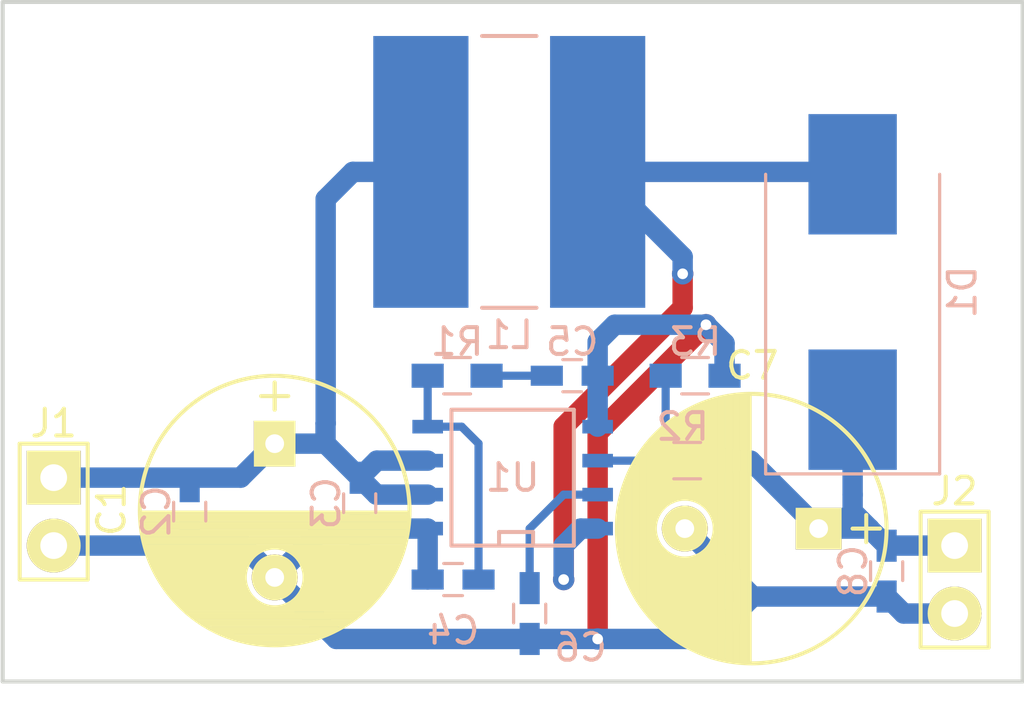
<source format=kicad_pcb>
(kicad_pcb (version 20171130) (host pcbnew "(5.0.0)")

  (general
    (thickness 1.6)
    (drawings 4)
    (tracks 73)
    (zones 0)
    (modules 16)
    (nets 9)
  )

  (page A4)
  (layers
    (0 F.Cu signal)
    (31 B.Cu signal)
    (32 B.Adhes user)
    (33 F.Adhes user)
    (34 B.Paste user)
    (35 F.Paste user)
    (36 B.SilkS user)
    (37 F.SilkS user)
    (38 B.Mask user)
    (39 F.Mask user)
    (40 Dwgs.User user)
    (41 Cmts.User user)
    (42 Eco1.User user)
    (43 Eco2.User user)
    (44 Edge.Cuts user)
    (45 Margin user)
    (46 B.CrtYd user)
    (47 F.CrtYd user)
    (48 B.Fab user hide)
    (49 F.Fab user)
  )

  (setup
    (last_trace_width 0.3048)
    (trace_clearance 0.2)
    (zone_clearance 0.508)
    (zone_45_only no)
    (trace_min 0.2)
    (segment_width 0.2)
    (edge_width 0.15)
    (via_size 0.8)
    (via_drill 0.4)
    (via_min_size 0.4)
    (via_min_drill 0.3)
    (uvia_size 0.3)
    (uvia_drill 0.1)
    (uvias_allowed no)
    (uvia_min_size 0.2)
    (uvia_min_drill 0.1)
    (pcb_text_width 0.3)
    (pcb_text_size 1.5 1.5)
    (mod_edge_width 0.15)
    (mod_text_size 1 1)
    (mod_text_width 0.15)
    (pad_size 1.524 1.524)
    (pad_drill 0.762)
    (pad_to_mask_clearance 0.2)
    (aux_axis_origin 0 0)
    (visible_elements FFFDFF7F)
    (pcbplotparams
      (layerselection 0x010fc_ffffffff)
      (usegerberextensions false)
      (usegerberattributes false)
      (usegerberadvancedattributes false)
      (creategerberjobfile false)
      (excludeedgelayer true)
      (linewidth 0.100000)
      (plotframeref false)
      (viasonmask false)
      (mode 1)
      (useauxorigin false)
      (hpglpennumber 1)
      (hpglpenspeed 20)
      (hpglpendiameter 15.000000)
      (psnegative false)
      (psa4output false)
      (plotreference true)
      (plotvalue true)
      (plotinvisibletext false)
      (padsonsilk false)
      (subtractmaskfromsilk false)
      (outputformat 1)
      (mirror false)
      (drillshape 1)
      (scaleselection 1)
      (outputdirectory ""))
  )

  (net 0 "")
  (net 1 GND)
  (net 2 "Net-(C1-Pad1)")
  (net 3 "Net-(C4-Pad1)")
  (net 4 "Net-(C5-Pad1)")
  (net 5 "Net-(C6-Pad1)")
  (net 6 "Net-(C7-Pad1)")
  (net 7 "Net-(D1-Pad2)")
  (net 8 "Net-(R2-Pad2)")

  (net_class Default "This is the default net class."
    (clearance 0.2)
    (trace_width 0.3048)
    (via_dia 0.8)
    (via_drill 0.4)
    (uvia_dia 0.3)
    (uvia_drill 0.1)
    (add_net "Net-(C4-Pad1)")
    (add_net "Net-(C5-Pad1)")
    (add_net "Net-(C6-Pad1)")
    (add_net "Net-(R2-Pad2)")
  )

  (net_class power ""
    (clearance 0.2)
    (trace_width 0.762)
    (via_dia 0.8)
    (via_drill 0.4)
    (uvia_dia 0.3)
    (uvia_drill 0.1)
    (add_net GND)
    (add_net "Net-(C1-Pad1)")
    (add_net "Net-(C7-Pad1)")
    (add_net "Net-(D1-Pad2)")
  )

  (module "Custom Github:Cap_Pol_Radial_D10_P3" (layer F.Cu) (tedit 57E01EA7) (tstamp 5B8A3964)
    (at 97.155 61.595 270)
    (descr "Radial Electrolytic Capacitor 10mm x Length 16mm, Pitch 5mm")
    (tags "Electrolytic Capacitor")
    (path /5B8A6239)
    (fp_text reference C1 (at 2.4765 6.096 270) (layer F.SilkS)
      (effects (font (size 1 1) (thickness 0.15)))
    )
    (fp_text value 100uF (at 2.54 -6.0325 270) (layer F.Fab)
      (effects (font (size 1 1) (thickness 0.15)))
    )
    (fp_circle (center 2.5 0) (end 2.5 -5.0375) (layer F.SilkS) (width 0.15))
    (fp_circle (center 5 0) (end 5.5 -1) (layer F.SilkS) (width 0.15))
    (fp_line (start 7.475 -0.499) (end 7.475 0.499) (layer F.SilkS) (width 0.15))
    (fp_line (start 7.335 -1.274) (end 7.335 1.274) (layer F.SilkS) (width 0.15))
    (fp_line (start 7.195 -1.72) (end 7.195 1.72) (layer F.SilkS) (width 0.15))
    (fp_line (start 7.055 -2.062) (end 7.055 2.062) (layer F.SilkS) (width 0.15))
    (fp_line (start 6.915 -2.347) (end 6.915 2.347) (layer F.SilkS) (width 0.15))
    (fp_line (start 6.775 -2.593) (end 6.775 2.593) (layer F.SilkS) (width 0.15))
    (fp_line (start 6.635 -2.811) (end 6.635 2.811) (layer F.SilkS) (width 0.15))
    (fp_line (start 6.495 -3.007) (end 6.495 3.007) (layer F.SilkS) (width 0.15))
    (fp_line (start 6.355 -3.184) (end 6.355 3.184) (layer F.SilkS) (width 0.15))
    (fp_line (start 6.215 -3.346) (end 6.215 3.346) (layer F.SilkS) (width 0.15))
    (fp_line (start 3.835 -4.818) (end 3.835 4.818) (layer F.SilkS) (width 0.15))
    (fp_line (start 3.695 -4.855) (end 3.695 4.855) (layer F.SilkS) (width 0.15))
    (fp_line (start 3.555 -4.887) (end 3.555 4.887) (layer F.SilkS) (width 0.15))
    (fp_line (start 3.415 -4.916) (end 3.415 4.916) (layer F.SilkS) (width 0.15))
    (fp_line (start 3.275 -4.94) (end 3.275 4.94) (layer F.SilkS) (width 0.15))
    (fp_line (start 3.135 -4.96) (end 3.135 4.96) (layer F.SilkS) (width 0.15))
    (fp_line (start 2.995 -4.975) (end 2.995 4.975) (layer F.SilkS) (width 0.15))
    (fp_line (start 2.855 -4.987) (end 2.855 4.987) (layer F.SilkS) (width 0.15))
    (fp_line (start 2.715 -4.995) (end 2.715 4.995) (layer F.SilkS) (width 0.15))
    (fp_line (start 2.575 -4.999) (end 2.575 4.999) (layer F.SilkS) (width 0.15))
    (fp_line (start 6.9342 2.1844) (end 7.2898 1.2954) (layer F.SilkS) (width 0.15))
    (fp_line (start 7.3914 0.7874) (end 7.4168 0.508) (layer F.SilkS) (width 0.15))
    (fp_line (start 7.4422 -0.4318) (end 7.4422 -0.6858) (layer F.SilkS) (width 0.15))
    (fp_line (start 6.985 -2.159) (end 7.3406 -1.2446) (layer F.SilkS) (width 0.15))
    (fp_line (start 6.096 -0.381) (end 6.096 -3.4925) (layer F.SilkS) (width 0.15))
    (fp_line (start 5.969 -0.5715) (end 6.096 -0.381) (layer F.SilkS) (width 0.15))
    (fp_line (start 5.969 -3.6195) (end 5.969 -0.5715) (layer F.SilkS) (width 0.15))
    (fp_line (start 5.842 -3.7465) (end 5.969 -3.6195) (layer F.SilkS) (width 0.15))
    (fp_line (start 5.842 -0.8255) (end 5.842 -3.7465) (layer F.SilkS) (width 0.15))
    (fp_line (start 5.715 -0.889) (end 5.842 -0.8255) (layer F.SilkS) (width 0.15))
    (fp_line (start 5.715 -3.8735) (end 5.715 -0.889) (layer F.SilkS) (width 0.15))
    (fp_line (start 5.588 -3.937) (end 5.715 -3.8735) (layer F.SilkS) (width 0.15))
    (fp_line (start 5.588 -1.016) (end 5.588 -3.937) (layer F.SilkS) (width 0.15))
    (fp_line (start 5.461 -1.0795) (end 5.588 -1.016) (layer F.SilkS) (width 0.15))
    (fp_line (start 5.461 -4.064) (end 5.461 -1.0795) (layer F.SilkS) (width 0.15))
    (fp_line (start 5.334 -4.1275) (end 5.461 -4.064) (layer F.SilkS) (width 0.15))
    (fp_line (start 5.334 -1.0795) (end 5.334 -4.1275) (layer F.SilkS) (width 0.15))
    (fp_line (start 5.207 -1.143) (end 5.334 -1.0795) (layer F.SilkS) (width 0.15))
    (fp_line (start 5.207 -4.191) (end 5.207 -1.143) (layer F.SilkS) (width 0.15))
    (fp_line (start 5.08 -4.2545) (end 5.207 -4.191) (layer F.SilkS) (width 0.15))
    (fp_line (start 5.08 -1.2065) (end 5.08 -4.2545) (layer F.SilkS) (width 0.15))
    (fp_line (start 4.953 -1.2065) (end 5.08 -1.2065) (layer F.SilkS) (width 0.15))
    (fp_line (start 4.953 -4.3815) (end 4.953 -1.2065) (layer F.SilkS) (width 0.15))
    (fp_line (start 4.826 -4.445) (end 4.953 -4.3815) (layer F.SilkS) (width 0.15))
    (fp_line (start 4.826 -1.143) (end 4.826 -4.445) (layer F.SilkS) (width 0.15))
    (fp_line (start 4.699 -1.0795) (end 4.826 -1.143) (layer F.SilkS) (width 0.15))
    (fp_line (start 4.699 -4.5085) (end 4.699 -1.0795) (layer F.SilkS) (width 0.15))
    (fp_line (start 4.572 -4.572) (end 4.699 -4.5085) (layer F.SilkS) (width 0.15))
    (fp_line (start 4.572 -1.0795) (end 4.572 -4.572) (layer F.SilkS) (width 0.15))
    (fp_line (start 4.445 -1.016) (end 4.572 -1.0795) (layer F.SilkS) (width 0.15))
    (fp_line (start 4.445 -4.572) (end 4.445 -1.016) (layer F.SilkS) (width 0.15))
    (fp_line (start 4.318 -4.6355) (end 4.445 -4.572) (layer F.SilkS) (width 0.15))
    (fp_line (start 4.318 -0.889) (end 4.318 -4.6355) (layer F.SilkS) (width 0.15))
    (fp_line (start 4.191 -0.8255) (end 4.318 -0.889) (layer F.SilkS) (width 0.15))
    (fp_line (start 4.191 -4.699) (end 4.191 -0.8255) (layer F.SilkS) (width 0.15))
    (fp_line (start 4.064 -4.7625) (end 4.191 -4.699) (layer F.SilkS) (width 0.15))
    (fp_line (start 4.064 -0.6985) (end 4.064 -4.7625) (layer F.SilkS) (width 0.15))
    (fp_line (start 3.937 -0.5715) (end 4.064 -0.6985) (layer F.SilkS) (width 0.15))
    (fp_line (start 3.937 -4.7625) (end 3.937 -0.5715) (layer F.SilkS) (width 0.15))
    (fp_line (start 3.8735 -0.4445) (end 3.937 -0.508) (layer F.SilkS) (width 0.15))
    (fp_line (start 6.096 3.4925) (end 6.096 0.381) (layer F.SilkS) (width 0.15))
    (fp_line (start 5.969 3.556) (end 6.096 3.4925) (layer F.SilkS) (width 0.15))
    (fp_line (start 5.969 0.635) (end 5.969 3.556) (layer F.SilkS) (width 0.15))
    (fp_line (start 5.842 0.762) (end 5.969 0.635) (layer F.SilkS) (width 0.15))
    (fp_line (start 5.842 3.683) (end 5.842 0.762) (layer F.SilkS) (width 0.15))
    (fp_line (start 5.715 3.81) (end 5.842 3.683) (layer F.SilkS) (width 0.15))
    (fp_line (start 5.715 0.889) (end 5.715 3.81) (layer F.SilkS) (width 0.15))
    (fp_line (start 5.588 1.016) (end 5.715 0.889) (layer F.SilkS) (width 0.15))
    (fp_line (start 5.588 3.937) (end 5.588 1.016) (layer F.SilkS) (width 0.15))
    (fp_line (start 5.461 4.064) (end 5.588 3.937) (layer F.SilkS) (width 0.15))
    (fp_line (start 5.461 1.016) (end 5.461 4.064) (layer F.SilkS) (width 0.15))
    (fp_line (start 5.334 1.0795) (end 5.461 1.016) (layer F.SilkS) (width 0.15))
    (fp_line (start 5.334 4.1275) (end 5.334 1.0795) (layer F.SilkS) (width 0.15))
    (fp_line (start 5.207 4.191) (end 5.334 4.1275) (layer F.SilkS) (width 0.15))
    (fp_line (start 5.207 1.143) (end 5.207 4.191) (layer F.SilkS) (width 0.15))
    (fp_line (start 5.08 1.143) (end 5.207 1.143) (layer F.SilkS) (width 0.15))
    (fp_line (start 5.08 4.2545) (end 5.08 1.143) (layer F.SilkS) (width 0.15))
    (fp_line (start 4.953 4.318) (end 5.08 4.2545) (layer F.SilkS) (width 0.15))
    (fp_line (start 4.953 1.143) (end 4.953 4.318) (layer F.SilkS) (width 0.15))
    (fp_line (start 4.826 1.143) (end 4.953 1.143) (layer F.SilkS) (width 0.15))
    (fp_line (start 4.826 4.3815) (end 4.826 1.143) (layer F.SilkS) (width 0.15))
    (fp_line (start 4.699 4.445) (end 4.826 4.3815) (layer F.SilkS) (width 0.15))
    (fp_line (start 4.699 1.143) (end 4.699 4.445) (layer F.SilkS) (width 0.15))
    (fp_line (start 4.572 1.0795) (end 4.699 1.143) (layer F.SilkS) (width 0.15))
    (fp_line (start 4.572 4.5085) (end 4.572 1.0795) (layer F.SilkS) (width 0.15))
    (fp_line (start 4.445 4.572) (end 4.572 4.5085) (layer F.SilkS) (width 0.15))
    (fp_line (start 4.445 1.016) (end 4.445 4.572) (layer F.SilkS) (width 0.15))
    (fp_line (start 4.318 0.889) (end 4.445 1.016) (layer F.SilkS) (width 0.15))
    (fp_line (start 4.318 4.6355) (end 4.318 0.889) (layer F.SilkS) (width 0.15))
    (fp_line (start 4.191 4.699) (end 4.318 4.6355) (layer F.SilkS) (width 0.15))
    (fp_line (start 4.191 0.8255) (end 4.191 4.699) (layer F.SilkS) (width 0.15))
    (fp_line (start 4.064 0.635) (end 4.191 0.8255) (layer F.SilkS) (width 0.15))
    (fp_line (start 4.064 4.7625) (end 4.064 0.635) (layer F.SilkS) (width 0.15))
    (fp_line (start 3.937 4.7625) (end 4.064 4.7625) (layer F.SilkS) (width 0.15))
    (fp_line (start 3.937 0.508) (end 3.937 4.7625) (layer F.SilkS) (width 0.15))
    (fp_line (start -1.778 0) (end -1.778 0.508) (layer F.SilkS) (width 0.15))
    (fp_line (start -2.286 0) (end -1.778 0) (layer F.SilkS) (width 0.15))
    (fp_line (start -1.27 0) (end -2.286 0) (layer F.SilkS) (width 0.15))
    (fp_line (start -1.778 0) (end -1.27 0) (layer F.SilkS) (width 0.15))
    (fp_line (start -1.778 -0.508) (end -1.778 0) (layer F.SilkS) (width 0.15))
    (pad 2 thru_hole circle (at 5 0 270) (size 1.716 1.716) (drill 0.7) (layers *.Cu *.Mask F.SilkS)
      (net 1 GND))
    (pad 1 thru_hole rect (at 0 0 270) (size 1.716 1.554) (drill 0.7) (layers *.Cu *.Mask F.SilkS)
      (net 2 "Net-(C1-Pad1)"))
    (model Capacitors_ThroughHole.3dshapes/C_Radial_D10_L16_P5.wrl
      (offset (xyz 2.500000042453766 0 0))
      (scale (xyz 1 1 1))
      (rotate (xyz 0 0 90))
    )
  )

  (module Capacitors_SMD:C_0603_HandSoldering (layer B.Cu) (tedit 58AA848B) (tstamp 5B8A3975)
    (at 93.98 64.135 270)
    (descr "Capacitor SMD 0603, hand soldering")
    (tags "capacitor 0603")
    (path /5B8A4AC6)
    (attr smd)
    (fp_text reference C2 (at 0 1.25 270) (layer B.SilkS)
      (effects (font (size 1 1) (thickness 0.15)) (justify mirror))
    )
    (fp_text value 10uF (at 0 -1.5 270) (layer B.Fab)
      (effects (font (size 1 1) (thickness 0.15)) (justify mirror))
    )
    (fp_line (start 1.8 -0.65) (end -1.8 -0.65) (layer B.CrtYd) (width 0.05))
    (fp_line (start 1.8 -0.65) (end 1.8 0.65) (layer B.CrtYd) (width 0.05))
    (fp_line (start -1.8 0.65) (end -1.8 -0.65) (layer B.CrtYd) (width 0.05))
    (fp_line (start -1.8 0.65) (end 1.8 0.65) (layer B.CrtYd) (width 0.05))
    (fp_line (start 0.35 -0.6) (end -0.35 -0.6) (layer B.SilkS) (width 0.12))
    (fp_line (start -0.35 0.6) (end 0.35 0.6) (layer B.SilkS) (width 0.12))
    (fp_line (start -0.8 0.4) (end 0.8 0.4) (layer B.Fab) (width 0.1))
    (fp_line (start 0.8 0.4) (end 0.8 -0.4) (layer B.Fab) (width 0.1))
    (fp_line (start 0.8 -0.4) (end -0.8 -0.4) (layer B.Fab) (width 0.1))
    (fp_line (start -0.8 -0.4) (end -0.8 0.4) (layer B.Fab) (width 0.1))
    (fp_text user %R (at 0 1.25 270) (layer B.Fab)
      (effects (font (size 1 1) (thickness 0.15)) (justify mirror))
    )
    (pad 2 smd rect (at 0.95 0 270) (size 1.2 0.75) (layers B.Cu B.Paste B.Mask)
      (net 1 GND))
    (pad 1 smd rect (at -0.95 0 270) (size 1.2 0.75) (layers B.Cu B.Paste B.Mask)
      (net 2 "Net-(C1-Pad1)"))
    (model Capacitors_SMD.3dshapes/C_0603.wrl
      (at (xyz 0 0 0))
      (scale (xyz 1 1 1))
      (rotate (xyz 0 0 0))
    )
  )

  (module Capacitors_SMD:C_0603_HandSoldering (layer B.Cu) (tedit 58AA848B) (tstamp 5B8A3986)
    (at 100.33 63.82 270)
    (descr "Capacitor SMD 0603, hand soldering")
    (tags "capacitor 0603")
    (path /5B8A4C94)
    (attr smd)
    (fp_text reference C3 (at 0 1.25 270) (layer B.SilkS)
      (effects (font (size 1 1) (thickness 0.15)) (justify mirror))
    )
    (fp_text value 1uF (at 0 -1.5 270) (layer B.Fab)
      (effects (font (size 1 1) (thickness 0.15)) (justify mirror))
    )
    (fp_text user %R (at 0 1.25 270) (layer B.Fab)
      (effects (font (size 1 1) (thickness 0.15)) (justify mirror))
    )
    (fp_line (start -0.8 -0.4) (end -0.8 0.4) (layer B.Fab) (width 0.1))
    (fp_line (start 0.8 -0.4) (end -0.8 -0.4) (layer B.Fab) (width 0.1))
    (fp_line (start 0.8 0.4) (end 0.8 -0.4) (layer B.Fab) (width 0.1))
    (fp_line (start -0.8 0.4) (end 0.8 0.4) (layer B.Fab) (width 0.1))
    (fp_line (start -0.35 0.6) (end 0.35 0.6) (layer B.SilkS) (width 0.12))
    (fp_line (start 0.35 -0.6) (end -0.35 -0.6) (layer B.SilkS) (width 0.12))
    (fp_line (start -1.8 0.65) (end 1.8 0.65) (layer B.CrtYd) (width 0.05))
    (fp_line (start -1.8 0.65) (end -1.8 -0.65) (layer B.CrtYd) (width 0.05))
    (fp_line (start 1.8 -0.65) (end 1.8 0.65) (layer B.CrtYd) (width 0.05))
    (fp_line (start 1.8 -0.65) (end -1.8 -0.65) (layer B.CrtYd) (width 0.05))
    (pad 1 smd rect (at -0.95 0 270) (size 1.2 0.75) (layers B.Cu B.Paste B.Mask)
      (net 2 "Net-(C1-Pad1)"))
    (pad 2 smd rect (at 0.95 0 270) (size 1.2 0.75) (layers B.Cu B.Paste B.Mask)
      (net 1 GND))
    (model Capacitors_SMD.3dshapes/C_0603.wrl
      (at (xyz 0 0 0))
      (scale (xyz 1 1 1))
      (rotate (xyz 0 0 0))
    )
  )

  (module Capacitors_SMD:C_0603_HandSoldering (layer B.Cu) (tedit 58AA848B) (tstamp 5B8A3997)
    (at 103.82 66.675 180)
    (descr "Capacitor SMD 0603, hand soldering")
    (tags "capacitor 0603")
    (path /5B8A4F8A)
    (attr smd)
    (fp_text reference C4 (at 0 -1.905 180) (layer B.SilkS)
      (effects (font (size 1 1) (thickness 0.15)) (justify mirror))
    )
    (fp_text value 47pF (at 0 -1.5 180) (layer B.Fab)
      (effects (font (size 1 1) (thickness 0.15)) (justify mirror))
    )
    (fp_line (start 1.8 -0.65) (end -1.8 -0.65) (layer B.CrtYd) (width 0.05))
    (fp_line (start 1.8 -0.65) (end 1.8 0.65) (layer B.CrtYd) (width 0.05))
    (fp_line (start -1.8 0.65) (end -1.8 -0.65) (layer B.CrtYd) (width 0.05))
    (fp_line (start -1.8 0.65) (end 1.8 0.65) (layer B.CrtYd) (width 0.05))
    (fp_line (start 0.35 -0.6) (end -0.35 -0.6) (layer B.SilkS) (width 0.12))
    (fp_line (start -0.35 0.6) (end 0.35 0.6) (layer B.SilkS) (width 0.12))
    (fp_line (start -0.8 0.4) (end 0.8 0.4) (layer B.Fab) (width 0.1))
    (fp_line (start 0.8 0.4) (end 0.8 -0.4) (layer B.Fab) (width 0.1))
    (fp_line (start 0.8 -0.4) (end -0.8 -0.4) (layer B.Fab) (width 0.1))
    (fp_line (start -0.8 -0.4) (end -0.8 0.4) (layer B.Fab) (width 0.1))
    (fp_text user %R (at 0 1.25 180) (layer B.Fab)
      (effects (font (size 1 1) (thickness 0.15)) (justify mirror))
    )
    (pad 2 smd rect (at 0.95 0 180) (size 1.2 0.75) (layers B.Cu B.Paste B.Mask)
      (net 1 GND))
    (pad 1 smd rect (at -0.95 0 180) (size 1.2 0.75) (layers B.Cu B.Paste B.Mask)
      (net 3 "Net-(C4-Pad1)"))
    (model Capacitors_SMD.3dshapes/C_0603.wrl
      (at (xyz 0 0 0))
      (scale (xyz 1 1 1))
      (rotate (xyz 0 0 0))
    )
  )

  (module Capacitors_SMD:C_0603_HandSoldering (layer B.Cu) (tedit 58AA848B) (tstamp 5B8A39A8)
    (at 108.27 59.055)
    (descr "Capacitor SMD 0603, hand soldering")
    (tags "capacitor 0603")
    (path /5B8A5048)
    (attr smd)
    (fp_text reference C5 (at 0 -1.27) (layer B.SilkS)
      (effects (font (size 1 1) (thickness 0.15)) (justify mirror))
    )
    (fp_text value 2.2nF (at 0 -1.5) (layer B.Fab)
      (effects (font (size 1 1) (thickness 0.15)) (justify mirror))
    )
    (fp_text user %R (at 0.315 1.27) (layer B.Fab)
      (effects (font (size 1 1) (thickness 0.15)) (justify mirror))
    )
    (fp_line (start -0.8 -0.4) (end -0.8 0.4) (layer B.Fab) (width 0.1))
    (fp_line (start 0.8 -0.4) (end -0.8 -0.4) (layer B.Fab) (width 0.1))
    (fp_line (start 0.8 0.4) (end 0.8 -0.4) (layer B.Fab) (width 0.1))
    (fp_line (start -0.8 0.4) (end 0.8 0.4) (layer B.Fab) (width 0.1))
    (fp_line (start -0.35 0.6) (end 0.35 0.6) (layer B.SilkS) (width 0.12))
    (fp_line (start 0.35 -0.6) (end -0.35 -0.6) (layer B.SilkS) (width 0.12))
    (fp_line (start -1.8 0.65) (end 1.8 0.65) (layer B.CrtYd) (width 0.05))
    (fp_line (start -1.8 0.65) (end -1.8 -0.65) (layer B.CrtYd) (width 0.05))
    (fp_line (start 1.8 -0.65) (end 1.8 0.65) (layer B.CrtYd) (width 0.05))
    (fp_line (start 1.8 -0.65) (end -1.8 -0.65) (layer B.CrtYd) (width 0.05))
    (pad 1 smd rect (at -0.95 0) (size 1.2 0.75) (layers B.Cu B.Paste B.Mask)
      (net 4 "Net-(C5-Pad1)"))
    (pad 2 smd rect (at 0.95 0) (size 1.2 0.75) (layers B.Cu B.Paste B.Mask)
      (net 1 GND))
    (model Capacitors_SMD.3dshapes/C_0603.wrl
      (at (xyz 0 0 0))
      (scale (xyz 1 1 1))
      (rotate (xyz 0 0 0))
    )
  )

  (module Capacitors_SMD:C_0603_HandSoldering (layer B.Cu) (tedit 58AA848B) (tstamp 5B8A39B9)
    (at 106.68 67.945 270)
    (descr "Capacitor SMD 0603, hand soldering")
    (tags "capacitor 0603")
    (path /5B8A63E8)
    (attr smd)
    (fp_text reference C6 (at 1.27 -1.905) (layer B.SilkS)
      (effects (font (size 1 1) (thickness 0.15)) (justify mirror))
    )
    (fp_text value 10nF (at 0 -1.5 270) (layer B.Fab)
      (effects (font (size 1 1) (thickness 0.15)) (justify mirror))
    )
    (fp_line (start 1.8 -0.65) (end -1.8 -0.65) (layer B.CrtYd) (width 0.05))
    (fp_line (start 1.8 -0.65) (end 1.8 0.65) (layer B.CrtYd) (width 0.05))
    (fp_line (start -1.8 0.65) (end -1.8 -0.65) (layer B.CrtYd) (width 0.05))
    (fp_line (start -1.8 0.65) (end 1.8 0.65) (layer B.CrtYd) (width 0.05))
    (fp_line (start 0.35 -0.6) (end -0.35 -0.6) (layer B.SilkS) (width 0.12))
    (fp_line (start -0.35 0.6) (end 0.35 0.6) (layer B.SilkS) (width 0.12))
    (fp_line (start -0.8 0.4) (end 0.8 0.4) (layer B.Fab) (width 0.1))
    (fp_line (start 0.8 0.4) (end 0.8 -0.4) (layer B.Fab) (width 0.1))
    (fp_line (start 0.8 -0.4) (end -0.8 -0.4) (layer B.Fab) (width 0.1))
    (fp_line (start -0.8 -0.4) (end -0.8 0.4) (layer B.Fab) (width 0.1))
    (fp_text user %R (at 0 1.25 270) (layer B.Fab)
      (effects (font (size 1 1) (thickness 0.15)) (justify mirror))
    )
    (pad 2 smd rect (at 0.95 0 270) (size 1.2 0.75) (layers B.Cu B.Paste B.Mask)
      (net 1 GND))
    (pad 1 smd rect (at -0.95 0 270) (size 1.2 0.75) (layers B.Cu B.Paste B.Mask)
      (net 5 "Net-(C6-Pad1)"))
    (model Capacitors_SMD.3dshapes/C_0603.wrl
      (at (xyz 0 0 0))
      (scale (xyz 1 1 1))
      (rotate (xyz 0 0 0))
    )
  )

  (module "Custom Github:Cap_Pol_Radial_D10_P3" (layer F.Cu) (tedit 57E01EA7) (tstamp 5B8A3A25)
    (at 117.475 64.77 180)
    (descr "Radial Electrolytic Capacitor 10mm x Length 16mm, Pitch 5mm")
    (tags "Electrolytic Capacitor")
    (path /5B8A8349)
    (fp_text reference C7 (at 2.4765 6.096 180) (layer F.SilkS)
      (effects (font (size 1 1) (thickness 0.15)))
    )
    (fp_text value 100uF (at 2.54 -6.0325 180) (layer F.Fab)
      (effects (font (size 1 1) (thickness 0.15)))
    )
    (fp_line (start -1.778 -0.508) (end -1.778 0) (layer F.SilkS) (width 0.15))
    (fp_line (start -1.778 0) (end -1.27 0) (layer F.SilkS) (width 0.15))
    (fp_line (start -1.27 0) (end -2.286 0) (layer F.SilkS) (width 0.15))
    (fp_line (start -2.286 0) (end -1.778 0) (layer F.SilkS) (width 0.15))
    (fp_line (start -1.778 0) (end -1.778 0.508) (layer F.SilkS) (width 0.15))
    (fp_line (start 3.937 0.508) (end 3.937 4.7625) (layer F.SilkS) (width 0.15))
    (fp_line (start 3.937 4.7625) (end 4.064 4.7625) (layer F.SilkS) (width 0.15))
    (fp_line (start 4.064 4.7625) (end 4.064 0.635) (layer F.SilkS) (width 0.15))
    (fp_line (start 4.064 0.635) (end 4.191 0.8255) (layer F.SilkS) (width 0.15))
    (fp_line (start 4.191 0.8255) (end 4.191 4.699) (layer F.SilkS) (width 0.15))
    (fp_line (start 4.191 4.699) (end 4.318 4.6355) (layer F.SilkS) (width 0.15))
    (fp_line (start 4.318 4.6355) (end 4.318 0.889) (layer F.SilkS) (width 0.15))
    (fp_line (start 4.318 0.889) (end 4.445 1.016) (layer F.SilkS) (width 0.15))
    (fp_line (start 4.445 1.016) (end 4.445 4.572) (layer F.SilkS) (width 0.15))
    (fp_line (start 4.445 4.572) (end 4.572 4.5085) (layer F.SilkS) (width 0.15))
    (fp_line (start 4.572 4.5085) (end 4.572 1.0795) (layer F.SilkS) (width 0.15))
    (fp_line (start 4.572 1.0795) (end 4.699 1.143) (layer F.SilkS) (width 0.15))
    (fp_line (start 4.699 1.143) (end 4.699 4.445) (layer F.SilkS) (width 0.15))
    (fp_line (start 4.699 4.445) (end 4.826 4.3815) (layer F.SilkS) (width 0.15))
    (fp_line (start 4.826 4.3815) (end 4.826 1.143) (layer F.SilkS) (width 0.15))
    (fp_line (start 4.826 1.143) (end 4.953 1.143) (layer F.SilkS) (width 0.15))
    (fp_line (start 4.953 1.143) (end 4.953 4.318) (layer F.SilkS) (width 0.15))
    (fp_line (start 4.953 4.318) (end 5.08 4.2545) (layer F.SilkS) (width 0.15))
    (fp_line (start 5.08 4.2545) (end 5.08 1.143) (layer F.SilkS) (width 0.15))
    (fp_line (start 5.08 1.143) (end 5.207 1.143) (layer F.SilkS) (width 0.15))
    (fp_line (start 5.207 1.143) (end 5.207 4.191) (layer F.SilkS) (width 0.15))
    (fp_line (start 5.207 4.191) (end 5.334 4.1275) (layer F.SilkS) (width 0.15))
    (fp_line (start 5.334 4.1275) (end 5.334 1.0795) (layer F.SilkS) (width 0.15))
    (fp_line (start 5.334 1.0795) (end 5.461 1.016) (layer F.SilkS) (width 0.15))
    (fp_line (start 5.461 1.016) (end 5.461 4.064) (layer F.SilkS) (width 0.15))
    (fp_line (start 5.461 4.064) (end 5.588 3.937) (layer F.SilkS) (width 0.15))
    (fp_line (start 5.588 3.937) (end 5.588 1.016) (layer F.SilkS) (width 0.15))
    (fp_line (start 5.588 1.016) (end 5.715 0.889) (layer F.SilkS) (width 0.15))
    (fp_line (start 5.715 0.889) (end 5.715 3.81) (layer F.SilkS) (width 0.15))
    (fp_line (start 5.715 3.81) (end 5.842 3.683) (layer F.SilkS) (width 0.15))
    (fp_line (start 5.842 3.683) (end 5.842 0.762) (layer F.SilkS) (width 0.15))
    (fp_line (start 5.842 0.762) (end 5.969 0.635) (layer F.SilkS) (width 0.15))
    (fp_line (start 5.969 0.635) (end 5.969 3.556) (layer F.SilkS) (width 0.15))
    (fp_line (start 5.969 3.556) (end 6.096 3.4925) (layer F.SilkS) (width 0.15))
    (fp_line (start 6.096 3.4925) (end 6.096 0.381) (layer F.SilkS) (width 0.15))
    (fp_line (start 3.8735 -0.4445) (end 3.937 -0.508) (layer F.SilkS) (width 0.15))
    (fp_line (start 3.937 -4.7625) (end 3.937 -0.5715) (layer F.SilkS) (width 0.15))
    (fp_line (start 3.937 -0.5715) (end 4.064 -0.6985) (layer F.SilkS) (width 0.15))
    (fp_line (start 4.064 -0.6985) (end 4.064 -4.7625) (layer F.SilkS) (width 0.15))
    (fp_line (start 4.064 -4.7625) (end 4.191 -4.699) (layer F.SilkS) (width 0.15))
    (fp_line (start 4.191 -4.699) (end 4.191 -0.8255) (layer F.SilkS) (width 0.15))
    (fp_line (start 4.191 -0.8255) (end 4.318 -0.889) (layer F.SilkS) (width 0.15))
    (fp_line (start 4.318 -0.889) (end 4.318 -4.6355) (layer F.SilkS) (width 0.15))
    (fp_line (start 4.318 -4.6355) (end 4.445 -4.572) (layer F.SilkS) (width 0.15))
    (fp_line (start 4.445 -4.572) (end 4.445 -1.016) (layer F.SilkS) (width 0.15))
    (fp_line (start 4.445 -1.016) (end 4.572 -1.0795) (layer F.SilkS) (width 0.15))
    (fp_line (start 4.572 -1.0795) (end 4.572 -4.572) (layer F.SilkS) (width 0.15))
    (fp_line (start 4.572 -4.572) (end 4.699 -4.5085) (layer F.SilkS) (width 0.15))
    (fp_line (start 4.699 -4.5085) (end 4.699 -1.0795) (layer F.SilkS) (width 0.15))
    (fp_line (start 4.699 -1.0795) (end 4.826 -1.143) (layer F.SilkS) (width 0.15))
    (fp_line (start 4.826 -1.143) (end 4.826 -4.445) (layer F.SilkS) (width 0.15))
    (fp_line (start 4.826 -4.445) (end 4.953 -4.3815) (layer F.SilkS) (width 0.15))
    (fp_line (start 4.953 -4.3815) (end 4.953 -1.2065) (layer F.SilkS) (width 0.15))
    (fp_line (start 4.953 -1.2065) (end 5.08 -1.2065) (layer F.SilkS) (width 0.15))
    (fp_line (start 5.08 -1.2065) (end 5.08 -4.2545) (layer F.SilkS) (width 0.15))
    (fp_line (start 5.08 -4.2545) (end 5.207 -4.191) (layer F.SilkS) (width 0.15))
    (fp_line (start 5.207 -4.191) (end 5.207 -1.143) (layer F.SilkS) (width 0.15))
    (fp_line (start 5.207 -1.143) (end 5.334 -1.0795) (layer F.SilkS) (width 0.15))
    (fp_line (start 5.334 -1.0795) (end 5.334 -4.1275) (layer F.SilkS) (width 0.15))
    (fp_line (start 5.334 -4.1275) (end 5.461 -4.064) (layer F.SilkS) (width 0.15))
    (fp_line (start 5.461 -4.064) (end 5.461 -1.0795) (layer F.SilkS) (width 0.15))
    (fp_line (start 5.461 -1.0795) (end 5.588 -1.016) (layer F.SilkS) (width 0.15))
    (fp_line (start 5.588 -1.016) (end 5.588 -3.937) (layer F.SilkS) (width 0.15))
    (fp_line (start 5.588 -3.937) (end 5.715 -3.8735) (layer F.SilkS) (width 0.15))
    (fp_line (start 5.715 -3.8735) (end 5.715 -0.889) (layer F.SilkS) (width 0.15))
    (fp_line (start 5.715 -0.889) (end 5.842 -0.8255) (layer F.SilkS) (width 0.15))
    (fp_line (start 5.842 -0.8255) (end 5.842 -3.7465) (layer F.SilkS) (width 0.15))
    (fp_line (start 5.842 -3.7465) (end 5.969 -3.6195) (layer F.SilkS) (width 0.15))
    (fp_line (start 5.969 -3.6195) (end 5.969 -0.5715) (layer F.SilkS) (width 0.15))
    (fp_line (start 5.969 -0.5715) (end 6.096 -0.381) (layer F.SilkS) (width 0.15))
    (fp_line (start 6.096 -0.381) (end 6.096 -3.4925) (layer F.SilkS) (width 0.15))
    (fp_line (start 6.985 -2.159) (end 7.3406 -1.2446) (layer F.SilkS) (width 0.15))
    (fp_line (start 7.4422 -0.4318) (end 7.4422 -0.6858) (layer F.SilkS) (width 0.15))
    (fp_line (start 7.3914 0.7874) (end 7.4168 0.508) (layer F.SilkS) (width 0.15))
    (fp_line (start 6.9342 2.1844) (end 7.2898 1.2954) (layer F.SilkS) (width 0.15))
    (fp_line (start 2.575 -4.999) (end 2.575 4.999) (layer F.SilkS) (width 0.15))
    (fp_line (start 2.715 -4.995) (end 2.715 4.995) (layer F.SilkS) (width 0.15))
    (fp_line (start 2.855 -4.987) (end 2.855 4.987) (layer F.SilkS) (width 0.15))
    (fp_line (start 2.995 -4.975) (end 2.995 4.975) (layer F.SilkS) (width 0.15))
    (fp_line (start 3.135 -4.96) (end 3.135 4.96) (layer F.SilkS) (width 0.15))
    (fp_line (start 3.275 -4.94) (end 3.275 4.94) (layer F.SilkS) (width 0.15))
    (fp_line (start 3.415 -4.916) (end 3.415 4.916) (layer F.SilkS) (width 0.15))
    (fp_line (start 3.555 -4.887) (end 3.555 4.887) (layer F.SilkS) (width 0.15))
    (fp_line (start 3.695 -4.855) (end 3.695 4.855) (layer F.SilkS) (width 0.15))
    (fp_line (start 3.835 -4.818) (end 3.835 4.818) (layer F.SilkS) (width 0.15))
    (fp_line (start 6.215 -3.346) (end 6.215 3.346) (layer F.SilkS) (width 0.15))
    (fp_line (start 6.355 -3.184) (end 6.355 3.184) (layer F.SilkS) (width 0.15))
    (fp_line (start 6.495 -3.007) (end 6.495 3.007) (layer F.SilkS) (width 0.15))
    (fp_line (start 6.635 -2.811) (end 6.635 2.811) (layer F.SilkS) (width 0.15))
    (fp_line (start 6.775 -2.593) (end 6.775 2.593) (layer F.SilkS) (width 0.15))
    (fp_line (start 6.915 -2.347) (end 6.915 2.347) (layer F.SilkS) (width 0.15))
    (fp_line (start 7.055 -2.062) (end 7.055 2.062) (layer F.SilkS) (width 0.15))
    (fp_line (start 7.195 -1.72) (end 7.195 1.72) (layer F.SilkS) (width 0.15))
    (fp_line (start 7.335 -1.274) (end 7.335 1.274) (layer F.SilkS) (width 0.15))
    (fp_line (start 7.475 -0.499) (end 7.475 0.499) (layer F.SilkS) (width 0.15))
    (fp_circle (center 5 0) (end 5.5 -1) (layer F.SilkS) (width 0.15))
    (fp_circle (center 2.5 0) (end 2.5 -5.0375) (layer F.SilkS) (width 0.15))
    (pad 1 thru_hole rect (at 0 0 180) (size 1.716 1.554) (drill 0.7) (layers *.Cu *.Mask F.SilkS)
      (net 6 "Net-(C7-Pad1)"))
    (pad 2 thru_hole circle (at 5 0 180) (size 1.716 1.716) (drill 0.7) (layers *.Cu *.Mask F.SilkS)
      (net 1 GND))
    (model Capacitors_ThroughHole.3dshapes/C_Radial_D10_L16_P5.wrl
      (offset (xyz 2.500000042453766 0 0))
      (scale (xyz 1 1 1))
      (rotate (xyz 0 0 90))
    )
  )

  (module Capacitors_SMD:C_0603_HandSoldering (layer B.Cu) (tedit 58AA848B) (tstamp 5B8A3A36)
    (at 120.015 66.36 270)
    (descr "Capacitor SMD 0603, hand soldering")
    (tags "capacitor 0603")
    (path /5B8A833D)
    (attr smd)
    (fp_text reference C8 (at 0 1.25 270) (layer B.SilkS)
      (effects (font (size 1 1) (thickness 0.15)) (justify mirror))
    )
    (fp_text value 10uF (at 0 -1.5 270) (layer B.Fab)
      (effects (font (size 1 1) (thickness 0.15)) (justify mirror))
    )
    (fp_text user %R (at 0 1.25 270) (layer B.Fab)
      (effects (font (size 1 1) (thickness 0.15)) (justify mirror))
    )
    (fp_line (start -0.8 -0.4) (end -0.8 0.4) (layer B.Fab) (width 0.1))
    (fp_line (start 0.8 -0.4) (end -0.8 -0.4) (layer B.Fab) (width 0.1))
    (fp_line (start 0.8 0.4) (end 0.8 -0.4) (layer B.Fab) (width 0.1))
    (fp_line (start -0.8 0.4) (end 0.8 0.4) (layer B.Fab) (width 0.1))
    (fp_line (start -0.35 0.6) (end 0.35 0.6) (layer B.SilkS) (width 0.12))
    (fp_line (start 0.35 -0.6) (end -0.35 -0.6) (layer B.SilkS) (width 0.12))
    (fp_line (start -1.8 0.65) (end 1.8 0.65) (layer B.CrtYd) (width 0.05))
    (fp_line (start -1.8 0.65) (end -1.8 -0.65) (layer B.CrtYd) (width 0.05))
    (fp_line (start 1.8 -0.65) (end 1.8 0.65) (layer B.CrtYd) (width 0.05))
    (fp_line (start 1.8 -0.65) (end -1.8 -0.65) (layer B.CrtYd) (width 0.05))
    (pad 1 smd rect (at -0.95 0 270) (size 1.2 0.75) (layers B.Cu B.Paste B.Mask)
      (net 6 "Net-(C7-Pad1)"))
    (pad 2 smd rect (at 0.95 0 270) (size 1.2 0.75) (layers B.Cu B.Paste B.Mask)
      (net 1 GND))
    (model Capacitors_SMD.3dshapes/C_0603.wrl
      (at (xyz 0 0 0))
      (scale (xyz 1 1 1))
      (rotate (xyz 0 0 0))
    )
  )

  (module Diodes_SMD:D_SMC_Handsoldering (layer B.Cu) (tedit 58642B03) (tstamp 5B8A3A4E)
    (at 118.745 55.925 90)
    (descr "Diode SMC (DO-214AB) Handsoldering")
    (tags "Diode SMC (DO-214AB) Handsoldering")
    (path /5B8B0B04)
    (attr smd)
    (fp_text reference D1 (at 0 4.1 90) (layer B.SilkS)
      (effects (font (size 1 1) (thickness 0.15)) (justify mirror))
    )
    (fp_text value B330 (at 0 -4.2 90) (layer B.Fab)
      (effects (font (size 1 1) (thickness 0.15)) (justify mirror))
    )
    (fp_line (start -6.8 3.25) (end 4.4 3.25) (layer B.SilkS) (width 0.12))
    (fp_line (start -6.8 -3.25) (end 4.4 -3.25) (layer B.SilkS) (width 0.12))
    (fp_line (start -0.64944 -0.00102) (end 0.50118 0.79908) (layer B.Fab) (width 0.1))
    (fp_line (start -0.64944 -0.00102) (end 0.50118 -0.75032) (layer B.Fab) (width 0.1))
    (fp_line (start 0.50118 -0.75032) (end 0.50118 0.79908) (layer B.Fab) (width 0.1))
    (fp_line (start -0.64944 0.79908) (end -0.64944 -0.80112) (layer B.Fab) (width 0.1))
    (fp_line (start 0.50118 -0.00102) (end 1.4994 -0.00102) (layer B.Fab) (width 0.1))
    (fp_line (start -0.64944 -0.00102) (end -1.55114 -0.00102) (layer B.Fab) (width 0.1))
    (fp_line (start -6.9 -3.35) (end -6.9 3.35) (layer B.CrtYd) (width 0.05))
    (fp_line (start 6.9 -3.35) (end -6.9 -3.35) (layer B.CrtYd) (width 0.05))
    (fp_line (start 6.9 3.35) (end 6.9 -3.35) (layer B.CrtYd) (width 0.05))
    (fp_line (start -6.9 3.35) (end 6.9 3.35) (layer B.CrtYd) (width 0.05))
    (fp_line (start 3.55 3.1) (end -3.55 3.1) (layer B.Fab) (width 0.1))
    (fp_line (start 3.55 3.1) (end 3.55 -3.1) (layer B.Fab) (width 0.1))
    (fp_line (start -3.55 -3.1) (end -3.55 3.1) (layer B.Fab) (width 0.1))
    (fp_line (start 3.55 -3.1) (end -3.55 -3.1) (layer B.Fab) (width 0.1))
    (fp_line (start -6.8 -3.25) (end -6.8 3.25) (layer B.SilkS) (width 0.12))
    (fp_text user %R (at 0 1.5 90) (layer B.Fab)
      (effects (font (size 1 1) (thickness 0.15)) (justify mirror))
    )
    (pad 2 smd rect (at 4.4 0) (size 3.3 4.5) (layers B.Cu B.Paste B.Mask)
      (net 7 "Net-(D1-Pad2)"))
    (pad 1 smd rect (at -4.4 0) (size 3.3 4.5) (layers B.Cu B.Paste B.Mask)
      (net 6 "Net-(C7-Pad1)"))
    (model ${KISYS3DMOD}/Diodes_SMD.3dshapes/D_SMC.wrl
      (at (xyz 0 0 0))
      (scale (xyz 1 1 1))
      (rotate (xyz 0 0 0))
    )
  )

  (module "Custom Github:Pin_Header_Straight_1x02" (layer F.Cu) (tedit 58F35E54) (tstamp 5B8A3E15)
    (at 88.9 62.865)
    (descr "Through hole pin header")
    (tags "pin header")
    (path /5B8A4A6A)
    (fp_text reference J1 (at 0 -2.032) (layer F.SilkS)
      (effects (font (size 1 1) (thickness 0.15)))
    )
    (fp_text value Input (at 0 4.572) (layer F.Fab)
      (effects (font (size 1 1) (thickness 0.15)))
    )
    (fp_line (start 1.27 -1.27) (end -1.27 -1.27) (layer F.SilkS) (width 0.15))
    (fp_line (start 1.27 3.81) (end 1.27 -1.27) (layer F.SilkS) (width 0.15))
    (fp_line (start -1.27 3.81) (end 1.27 3.81) (layer F.SilkS) (width 0.15))
    (fp_line (start -1.27 -1.27) (end -1.27 3.81) (layer F.SilkS) (width 0.15))
    (pad 2 thru_hole circle (at 0 2.54) (size 2.016 2.016) (drill 1) (layers *.Cu *.Mask F.SilkS)
      (net 1 GND))
    (pad 1 thru_hole rect (at 0 0) (size 2.016 2.016) (drill 1) (layers *.Cu *.Mask F.SilkS)
      (net 2 "Net-(C1-Pad1)"))
    (model Pin_Headers.3dshapes/Pin_Header_Straight_1x02.wrl
      (offset (xyz 0 -1.269999980926514 0))
      (scale (xyz 1 1 1))
      (rotate (xyz 0 0 90))
    )
  )

  (module "Custom Github:Pin_Header_Straight_1x02" (layer F.Cu) (tedit 58F35E54) (tstamp 5B8A3A62)
    (at 122.555 65.405)
    (descr "Through hole pin header")
    (tags "pin header")
    (path /5B8A9149)
    (fp_text reference J2 (at 0 -2.032) (layer F.SilkS)
      (effects (font (size 1 1) (thickness 0.15)))
    )
    (fp_text value Output (at 0 4.572) (layer F.Fab)
      (effects (font (size 1 1) (thickness 0.15)))
    )
    (fp_line (start -1.27 -1.27) (end -1.27 3.81) (layer F.SilkS) (width 0.15))
    (fp_line (start -1.27 3.81) (end 1.27 3.81) (layer F.SilkS) (width 0.15))
    (fp_line (start 1.27 3.81) (end 1.27 -1.27) (layer F.SilkS) (width 0.15))
    (fp_line (start 1.27 -1.27) (end -1.27 -1.27) (layer F.SilkS) (width 0.15))
    (pad 1 thru_hole rect (at 0 0) (size 2.016 2.016) (drill 1) (layers *.Cu *.Mask F.SilkS)
      (net 6 "Net-(C7-Pad1)"))
    (pad 2 thru_hole circle (at 0 2.54) (size 2.016 2.016) (drill 1) (layers *.Cu *.Mask F.SilkS)
      (net 1 GND))
    (model Pin_Headers.3dshapes/Pin_Header_Straight_1x02.wrl
      (offset (xyz 0 -1.269999980926514 0))
      (scale (xyz 1 1 1))
      (rotate (xyz 0 0 90))
    )
  )

  (module "Custom Github:Inductor_SMD-9.8X10" (layer B.Cu) (tedit 5A0A586E) (tstamp 5B8A3A6A)
    (at 105.918 51.435)
    (path /5B8A6CD8)
    (fp_text reference L1 (at 0 6.096) (layer B.SilkS)
      (effects (font (size 1 1) (thickness 0.15)) (justify mirror))
    )
    (fp_text value 6.8uH (at 0 -5.842) (layer B.Fab)
      (effects (font (size 1 1) (thickness 0.15)) (justify mirror))
    )
    (fp_line (start 1.016 5.08) (end -1.016 5.08) (layer B.SilkS) (width 0.15))
    (fp_line (start -1.016 -5.08) (end 1.016 -5.08) (layer B.SilkS) (width 0.15))
    (pad 2 smd rect (at 3.302 0) (size 3.556 10.16) (layers B.Cu B.Paste B.Mask)
      (net 7 "Net-(D1-Pad2)"))
    (pad 1 smd rect (at -3.302 0) (size 3.556 10.16) (layers B.Cu B.Paste B.Mask)
      (net 2 "Net-(C1-Pad1)"))
  )

  (module Resistors_SMD:R_0603_HandSoldering (layer B.Cu) (tedit 58E0A804) (tstamp 5B8A3A7B)
    (at 103.97 59.055)
    (descr "Resistor SMD 0603, hand soldering")
    (tags "resistor 0603")
    (path /5B8A5079)
    (attr smd)
    (fp_text reference R1 (at 0 -1.27) (layer B.SilkS)
      (effects (font (size 1 1) (thickness 0.15)) (justify mirror))
    )
    (fp_text value 51kΩ (at 0 -1.55) (layer B.Fab)
      (effects (font (size 1 1) (thickness 0.15)) (justify mirror))
    )
    (fp_line (start 1.95 -0.7) (end -1.96 -0.7) (layer B.CrtYd) (width 0.05))
    (fp_line (start 1.95 -0.7) (end 1.95 0.7) (layer B.CrtYd) (width 0.05))
    (fp_line (start -1.96 0.7) (end -1.96 -0.7) (layer B.CrtYd) (width 0.05))
    (fp_line (start -1.96 0.7) (end 1.95 0.7) (layer B.CrtYd) (width 0.05))
    (fp_line (start -0.5 0.68) (end 0.5 0.68) (layer B.SilkS) (width 0.12))
    (fp_line (start 0.5 -0.68) (end -0.5 -0.68) (layer B.SilkS) (width 0.12))
    (fp_line (start -0.8 0.4) (end 0.8 0.4) (layer B.Fab) (width 0.1))
    (fp_line (start 0.8 0.4) (end 0.8 -0.4) (layer B.Fab) (width 0.1))
    (fp_line (start 0.8 -0.4) (end -0.8 -0.4) (layer B.Fab) (width 0.1))
    (fp_line (start -0.8 -0.4) (end -0.8 0.4) (layer B.Fab) (width 0.1))
    (fp_text user %R (at 0 0) (layer B.Fab)
      (effects (font (size 0.4 0.4) (thickness 0.075)) (justify mirror))
    )
    (pad 2 smd rect (at 1.1 0) (size 1.2 0.9) (layers B.Cu B.Paste B.Mask)
      (net 4 "Net-(C5-Pad1)"))
    (pad 1 smd rect (at -1.1 0) (size 1.2 0.9) (layers B.Cu B.Paste B.Mask)
      (net 3 "Net-(C4-Pad1)"))
    (model ${KISYS3DMOD}/Resistors_SMD.3dshapes/R_0603.wrl
      (at (xyz 0 0 0))
      (scale (xyz 1 1 1))
      (rotate (xyz 0 0 0))
    )
  )

  (module Resistors_SMD:R_0603_HandSoldering (layer B.Cu) (tedit 58E0A804) (tstamp 5B8A3A8C)
    (at 112.565 62.23 180)
    (descr "Resistor SMD 0603, hand soldering")
    (tags "resistor 0603")
    (path /5B8AB0EA)
    (attr smd)
    (fp_text reference R2 (at 0.17 1.27 180) (layer B.SilkS)
      (effects (font (size 1 1) (thickness 0.15)) (justify mirror))
    )
    (fp_text value 86.6kΩ (at 0 -1.55 180) (layer B.Fab)
      (effects (font (size 1 1) (thickness 0.15)) (justify mirror))
    )
    (fp_text user %R (at 0 0 180) (layer B.Fab)
      (effects (font (size 0.4 0.4) (thickness 0.075)) (justify mirror))
    )
    (fp_line (start -0.8 -0.4) (end -0.8 0.4) (layer B.Fab) (width 0.1))
    (fp_line (start 0.8 -0.4) (end -0.8 -0.4) (layer B.Fab) (width 0.1))
    (fp_line (start 0.8 0.4) (end 0.8 -0.4) (layer B.Fab) (width 0.1))
    (fp_line (start -0.8 0.4) (end 0.8 0.4) (layer B.Fab) (width 0.1))
    (fp_line (start 0.5 -0.68) (end -0.5 -0.68) (layer B.SilkS) (width 0.12))
    (fp_line (start -0.5 0.68) (end 0.5 0.68) (layer B.SilkS) (width 0.12))
    (fp_line (start -1.96 0.7) (end 1.95 0.7) (layer B.CrtYd) (width 0.05))
    (fp_line (start -1.96 0.7) (end -1.96 -0.7) (layer B.CrtYd) (width 0.05))
    (fp_line (start 1.95 -0.7) (end 1.95 0.7) (layer B.CrtYd) (width 0.05))
    (fp_line (start 1.95 -0.7) (end -1.96 -0.7) (layer B.CrtYd) (width 0.05))
    (pad 1 smd rect (at -1.1 0 180) (size 1.2 0.9) (layers B.Cu B.Paste B.Mask)
      (net 6 "Net-(C7-Pad1)"))
    (pad 2 smd rect (at 1.1 0 180) (size 1.2 0.9) (layers B.Cu B.Paste B.Mask)
      (net 8 "Net-(R2-Pad2)"))
    (model ${KISYS3DMOD}/Resistors_SMD.3dshapes/R_0603.wrl
      (at (xyz 0 0 0))
      (scale (xyz 1 1 1))
      (rotate (xyz 0 0 0))
    )
  )

  (module Resistors_SMD:R_0603_HandSoldering (layer B.Cu) (tedit 58E0A804) (tstamp 5B8A3A9D)
    (at 112.86 59.055)
    (descr "Resistor SMD 0603, hand soldering")
    (tags "resistor 0603")
    (path /5B8AB214)
    (attr smd)
    (fp_text reference R3 (at 0 -1.27) (layer B.SilkS)
      (effects (font (size 1 1) (thickness 0.15)) (justify mirror))
    )
    (fp_text value 10kΩ (at 0 -1.55) (layer B.Fab)
      (effects (font (size 1 1) (thickness 0.15)) (justify mirror))
    )
    (fp_line (start 1.95 -0.7) (end -1.96 -0.7) (layer B.CrtYd) (width 0.05))
    (fp_line (start 1.95 -0.7) (end 1.95 0.7) (layer B.CrtYd) (width 0.05))
    (fp_line (start -1.96 0.7) (end -1.96 -0.7) (layer B.CrtYd) (width 0.05))
    (fp_line (start -1.96 0.7) (end 1.95 0.7) (layer B.CrtYd) (width 0.05))
    (fp_line (start -0.5 0.68) (end 0.5 0.68) (layer B.SilkS) (width 0.12))
    (fp_line (start 0.5 -0.68) (end -0.5 -0.68) (layer B.SilkS) (width 0.12))
    (fp_line (start -0.8 0.4) (end 0.8 0.4) (layer B.Fab) (width 0.1))
    (fp_line (start 0.8 0.4) (end 0.8 -0.4) (layer B.Fab) (width 0.1))
    (fp_line (start 0.8 -0.4) (end -0.8 -0.4) (layer B.Fab) (width 0.1))
    (fp_line (start -0.8 -0.4) (end -0.8 0.4) (layer B.Fab) (width 0.1))
    (fp_text user %R (at 0 0) (layer B.Fab)
      (effects (font (size 0.4 0.4) (thickness 0.075)) (justify mirror))
    )
    (pad 2 smd rect (at 1.1 0) (size 1.2 0.9) (layers B.Cu B.Paste B.Mask)
      (net 1 GND))
    (pad 1 smd rect (at -1.1 0) (size 1.2 0.9) (layers B.Cu B.Paste B.Mask)
      (net 8 "Net-(R2-Pad2)"))
    (model ${KISYS3DMOD}/Resistors_SMD.3dshapes/R_0603.wrl
      (at (xyz 0 0 0))
      (scale (xyz 1 1 1))
      (rotate (xyz 0 0 0))
    )
  )

  (module SMD_Packages:SOIC-8-N (layer B.Cu) (tedit 0) (tstamp 5B8A3AB0)
    (at 106.045 62.865 90)
    (descr "Module Narrow CMS SOJ 8 pins large")
    (tags "CMS SOJ")
    (path /5B8A4D0E)
    (attr smd)
    (fp_text reference U1 (at 0 0) (layer B.SilkS)
      (effects (font (size 1 1) (thickness 0.15)) (justify mirror))
    )
    (fp_text value PAM2423 (at 0 -1.27 90) (layer B.Fab)
      (effects (font (size 1 1) (thickness 0.15)) (justify mirror))
    )
    (fp_line (start -2.032 -0.508) (end -2.54 -0.508) (layer B.SilkS) (width 0.15))
    (fp_line (start -2.032 0.762) (end -2.032 -0.508) (layer B.SilkS) (width 0.15))
    (fp_line (start -2.54 0.762) (end -2.032 0.762) (layer B.SilkS) (width 0.15))
    (fp_line (start -2.54 -2.286) (end -2.54 2.286) (layer B.SilkS) (width 0.15))
    (fp_line (start 2.54 -2.286) (end -2.54 -2.286) (layer B.SilkS) (width 0.15))
    (fp_line (start 2.54 2.286) (end 2.54 -2.286) (layer B.SilkS) (width 0.15))
    (fp_line (start -2.54 2.286) (end 2.54 2.286) (layer B.SilkS) (width 0.15))
    (pad 1 smd rect (at -1.905 -3.175 90) (size 0.508 1.143) (layers B.Cu B.Paste B.Mask)
      (net 1 GND))
    (pad 2 smd rect (at -0.635 -3.175 90) (size 0.508 1.143) (layers B.Cu B.Paste B.Mask)
      (net 2 "Net-(C1-Pad1)"))
    (pad 3 smd rect (at 0.635 -3.175 90) (size 0.508 1.143) (layers B.Cu B.Paste B.Mask)
      (net 2 "Net-(C1-Pad1)"))
    (pad 4 smd rect (at 1.905 -3.175 90) (size 0.508 1.143) (layers B.Cu B.Paste B.Mask)
      (net 3 "Net-(C4-Pad1)"))
    (pad 5 smd rect (at 1.905 3.175 90) (size 0.508 1.143) (layers B.Cu B.Paste B.Mask)
      (net 1 GND))
    (pad 6 smd rect (at 0.635 3.175 90) (size 0.508 1.143) (layers B.Cu B.Paste B.Mask)
      (net 8 "Net-(R2-Pad2)"))
    (pad 7 smd rect (at -0.635 3.175 90) (size 0.508 1.143) (layers B.Cu B.Paste B.Mask)
      (net 5 "Net-(C6-Pad1)"))
    (pad 8 smd rect (at -1.905 3.175 90) (size 0.508 1.143) (layers B.Cu B.Paste B.Mask)
      (net 7 "Net-(D1-Pad2)"))
    (model SMD_Packages.3dshapes/SOIC-8-N.wrl
      (at (xyz 0 0 0))
      (scale (xyz 0.5 0.38 0.5))
      (rotate (xyz 0 0 0))
    )
  )

  (gr_line (start 125.095 45.085) (end 125.095 70.485) (layer Edge.Cuts) (width 0.15))
  (gr_line (start 86.995 45.085) (end 125.095 45.085) (layer Edge.Cuts) (width 0.15))
  (gr_line (start 86.995 70.485) (end 86.995 45.085) (layer Edge.Cuts) (width 0.15))
  (gr_line (start 125.095 70.485) (end 86.995 70.485) (layer Edge.Cuts) (width 0.15))

  (segment (start 120.65 67.945) (end 120.015 67.31) (width 0.762) (layer B.Cu) (net 1))
  (segment (start 122.555 67.945) (end 120.65 67.945) (width 0.762) (layer B.Cu) (net 1))
  (segment (start 115.015 67.31) (end 112.475 64.77) (width 0.762) (layer B.Cu) (net 1))
  (segment (start 120.015 67.31) (end 115.015 67.31) (width 0.762) (layer B.Cu) (net 1))
  (segment (start 113.43 68.895) (end 115.015 67.31) (width 0.762) (layer B.Cu) (net 1))
  (segment (start 99.455 68.895) (end 97.155 66.595) (width 0.762) (layer B.Cu) (net 1))
  (segment (start 106.68 68.895) (end 99.455 68.895) (width 0.762) (layer B.Cu) (net 1))
  (segment (start 102.87 66.675) (end 102.87 64.77) (width 0.762) (layer B.Cu) (net 1))
  (segment (start 100.33 64.77) (end 102.87 64.77) (width 0.762) (layer B.Cu) (net 1))
  (segment (start 98.98 64.77) (end 97.155 66.595) (width 0.762) (layer B.Cu) (net 1))
  (segment (start 100.33 64.77) (end 98.98 64.77) (width 0.762) (layer B.Cu) (net 1))
  (segment (start 95.965 65.405) (end 97.155 66.595) (width 0.762) (layer B.Cu) (net 1))
  (segment (start 88.9 65.405) (end 95.965 65.405) (width 0.762) (layer B.Cu) (net 1))
  (segment (start 109.22 60.96) (end 109.22 59.055) (width 0.762) (layer B.Cu) (net 1))
  (segment (start 113.96 57.843) (end 113.267 57.15) (width 0.762) (layer B.Cu) (net 1))
  (segment (start 113.96 59.055) (end 113.96 57.843) (width 0.762) (layer B.Cu) (net 1))
  (segment (start 113.267 57.15) (end 109.855 57.15) (width 0.762) (layer B.Cu) (net 1))
  (segment (start 109.22 57.785) (end 109.22 59.055) (width 0.762) (layer B.Cu) (net 1))
  (segment (start 109.855 57.15) (end 109.22 57.785) (width 0.762) (layer B.Cu) (net 1))
  (via (at 113.267 57.15) (size 0.8) (drill 0.4) (layers F.Cu B.Cu) (net 1))
  (via (at 109.22 68.895) (size 0.8) (drill 0.4) (layers F.Cu B.Cu) (net 1))
  (segment (start 109.22 68.895) (end 113.43 68.895) (width 0.762) (layer B.Cu) (net 1))
  (segment (start 106.68 68.895) (end 109.22 68.895) (width 0.762) (layer B.Cu) (net 1))
  (segment (start 109.22 61.197) (end 113.267 57.15) (width 0.762) (layer F.Cu) (net 1))
  (segment (start 109.22 68.895) (end 109.22 61.197) (width 0.762) (layer F.Cu) (net 1))
  (segment (start 95.885 62.865) (end 97.155 61.595) (width 0.762) (layer B.Cu) (net 2))
  (segment (start 88.9 62.865) (end 95.885 62.865) (width 0.762) (layer B.Cu) (net 2))
  (segment (start 99.055 61.595) (end 100.33 62.87) (width 0.762) (layer B.Cu) (net 2))
  (segment (start 97.155 61.595) (end 99.055 61.595) (width 0.762) (layer B.Cu) (net 2))
  (segment (start 100.97 62.23) (end 100.33 62.87) (width 0.762) (layer B.Cu) (net 2))
  (segment (start 102.87 62.23) (end 100.97 62.23) (width 0.762) (layer B.Cu) (net 2))
  (segment (start 100.96 63.5) (end 100.33 62.87) (width 0.762) (layer B.Cu) (net 2))
  (segment (start 102.87 63.5) (end 100.96 63.5) (width 0.762) (layer B.Cu) (net 2))
  (segment (start 100.076 51.435) (end 102.616 51.435) (width 0.762) (layer B.Cu) (net 2))
  (segment (start 99.06 52.451) (end 100.076 51.435) (width 0.762) (layer B.Cu) (net 2))
  (segment (start 99.06 60.833) (end 99.06 52.451) (width 0.762) (layer B.Cu) (net 2))
  (segment (start 99.055 60.838) (end 99.06 60.833) (width 0.762) (layer B.Cu) (net 2))
  (segment (start 99.055 61.595) (end 99.055 60.838) (width 0.762) (layer B.Cu) (net 2))
  (segment (start 102.87 59.055) (end 102.87 60.96) (width 0.3048) (layer B.Cu) (net 3))
  (segment (start 104.77 66.675) (end 104.77 61.59) (width 0.3048) (layer B.Cu) (net 3))
  (segment (start 104.14 60.96) (end 102.87 60.96) (width 0.3048) (layer B.Cu) (net 3))
  (segment (start 104.77 61.59) (end 104.14 60.96) (width 0.3048) (layer B.Cu) (net 3))
  (segment (start 105.07 59.055) (end 107.32 59.055) (width 0.3048) (layer B.Cu) (net 4))
  (segment (start 107.95 63.5) (end 109.22 63.5) (width 0.3048) (layer B.Cu) (net 5))
  (segment (start 106.68 66.995) (end 106.68 64.77) (width 0.3048) (layer B.Cu) (net 5))
  (segment (start 106.68 64.77) (end 107.95 63.5) (width 0.3048) (layer B.Cu) (net 5))
  (segment (start 118.745 60.325) (end 118.745 63.5) (width 0.762) (layer B.Cu) (net 6))
  (segment (start 119.375 64.77) (end 120.015 65.41) (width 0.762) (layer B.Cu) (net 6))
  (segment (start 119.375 64.77) (end 119.375 64.765) (width 0.762) (layer B.Cu) (net 6))
  (segment (start 118.745 64.135) (end 118.745 63.5) (width 0.762) (layer B.Cu) (net 6))
  (segment (start 119.375 64.765) (end 118.745 64.135) (width 0.762) (layer B.Cu) (net 6))
  (segment (start 118.745 64.135) (end 118.11 64.77) (width 0.762) (layer B.Cu) (net 6))
  (segment (start 117.475 64.77) (end 118.11 64.77) (width 0.762) (layer B.Cu) (net 6))
  (segment (start 118.11 64.77) (end 119.375 64.77) (width 0.762) (layer B.Cu) (net 6))
  (segment (start 120.02 65.405) (end 120.015 65.41) (width 0.762) (layer B.Cu) (net 6))
  (segment (start 122.555 65.405) (end 120.02 65.405) (width 0.762) (layer B.Cu) (net 6))
  (segment (start 114.935 62.23) (end 117.475 64.77) (width 0.762) (layer B.Cu) (net 6))
  (segment (start 113.665 62.23) (end 114.935 62.23) (width 0.762) (layer B.Cu) (net 6))
  (segment (start 118.655 51.435) (end 118.745 51.525) (width 0.762) (layer B.Cu) (net 7))
  (segment (start 109.22 51.435) (end 118.655 51.435) (width 0.762) (layer B.Cu) (net 7))
  (via (at 107.95 66.675) (size 0.8) (drill 0.4) (layers F.Cu B.Cu) (net 7))
  (segment (start 107.95 66.675) (end 107.95 60.96) (width 0.762) (layer F.Cu) (net 7))
  (via (at 112.395 55.245) (size 0.8) (drill 0.4) (layers F.Cu B.Cu) (net 7))
  (segment (start 107.95 60.96) (end 112.395 56.515) (width 0.762) (layer F.Cu) (net 7))
  (segment (start 112.395 56.515) (end 112.395 55.245) (width 0.762) (layer F.Cu) (net 7))
  (segment (start 112.395 54.61) (end 109.22 51.435) (width 0.762) (layer B.Cu) (net 7))
  (segment (start 112.395 55.245) (end 112.395 54.61) (width 0.762) (layer B.Cu) (net 7))
  (segment (start 109.22 64.77) (end 108.585 64.77) (width 0.762) (layer B.Cu) (net 7))
  (segment (start 107.95 65.405) (end 107.95 66.675) (width 0.762) (layer B.Cu) (net 7))
  (segment (start 108.585 64.77) (end 107.95 65.405) (width 0.762) (layer B.Cu) (net 7))
  (segment (start 111.76 61.935) (end 111.465 62.23) (width 0.3048) (layer B.Cu) (net 8))
  (segment (start 111.76 59.055) (end 111.76 61.935) (width 0.3048) (layer B.Cu) (net 8))
  (segment (start 109.22 62.23) (end 111.465 62.23) (width 0.3048) (layer B.Cu) (net 8))

)

</source>
